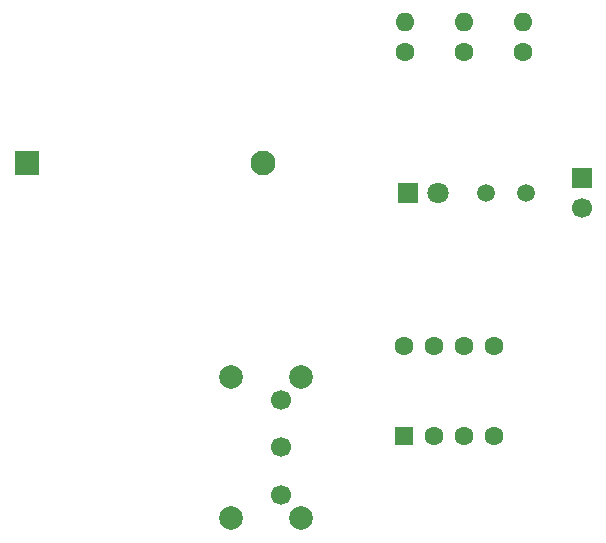
<source format=gbr>
%TF.GenerationSoftware,KiCad,Pcbnew,9.0.1*%
%TF.CreationDate,2025-06-16T09:39:09+05:30*%
%TF.ProjectId,project1,70726f6a-6563-4743-912e-6b696361645f,rev?*%
%TF.SameCoordinates,Original*%
%TF.FileFunction,Soldermask,Top*%
%TF.FilePolarity,Negative*%
%FSLAX46Y46*%
G04 Gerber Fmt 4.6, Leading zero omitted, Abs format (unit mm)*
G04 Created by KiCad (PCBNEW 9.0.1) date 2025-06-16 09:39:09*
%MOMM*%
%LPD*%
G01*
G04 APERTURE LIST*
G04 Aperture macros list*
%AMRoundRect*
0 Rectangle with rounded corners*
0 $1 Rounding radius*
0 $2 $3 $4 $5 $6 $7 $8 $9 X,Y pos of 4 corners*
0 Add a 4 corners polygon primitive as box body*
4,1,4,$2,$3,$4,$5,$6,$7,$8,$9,$2,$3,0*
0 Add four circle primitives for the rounded corners*
1,1,$1+$1,$2,$3*
1,1,$1+$1,$4,$5*
1,1,$1+$1,$6,$7*
1,1,$1+$1,$8,$9*
0 Add four rect primitives between the rounded corners*
20,1,$1+$1,$2,$3,$4,$5,0*
20,1,$1+$1,$4,$5,$6,$7,0*
20,1,$1+$1,$6,$7,$8,$9,0*
20,1,$1+$1,$8,$9,$2,$3,0*%
G04 Aperture macros list end*
%ADD10C,1.600000*%
%ADD11O,1.600000X1.600000*%
%ADD12RoundRect,0.250000X0.550000X-0.550000X0.550000X0.550000X-0.550000X0.550000X-0.550000X-0.550000X0*%
%ADD13C,2.000000*%
%ADD14C,1.700000*%
%ADD15R,1.700000X1.700000*%
%ADD16R,1.800000X1.800000*%
%ADD17C,1.800000*%
%ADD18C,1.500000*%
%ADD19R,2.100000X2.100000*%
%ADD20C,2.100000*%
G04 APERTURE END LIST*
D10*
%TO.C,R3*%
X108500000Y-59545000D03*
D11*
X108500000Y-57005000D03*
%TD*%
D12*
%TO.C,U1*%
X103420000Y-92120000D03*
D10*
X105960000Y-92120000D03*
X108500000Y-92120000D03*
X111040000Y-92120000D03*
X111040000Y-84500000D03*
X108500000Y-84500000D03*
X105960000Y-84500000D03*
X103420000Y-84500000D03*
%TD*%
%TO.C,R1*%
X103500000Y-59545000D03*
D11*
X103500000Y-57005000D03*
%TD*%
D13*
%TO.C,SW1*%
X94750000Y-87042500D03*
X88750000Y-87042500D03*
X94750000Y-99042500D03*
X88750000Y-99042500D03*
D14*
X93000000Y-89042500D03*
X93000000Y-93042500D03*
X93000000Y-97042500D03*
%TD*%
D15*
%TO.C,MK1*%
X118500000Y-70225000D03*
D14*
X118500000Y-72765000D03*
%TD*%
D16*
%TO.C,D1*%
X103730000Y-71500000D03*
D17*
X106270000Y-71500000D03*
%TD*%
D18*
%TO.C,R2*%
X110375000Y-71500000D03*
X113775000Y-71500000D03*
%TD*%
D19*
%TO.C,BT1*%
X71500000Y-69000000D03*
D20*
X91500000Y-69000000D03*
%TD*%
D10*
%TO.C,R4*%
X113500000Y-59545000D03*
D11*
X113500000Y-57005000D03*
%TD*%
M02*

</source>
